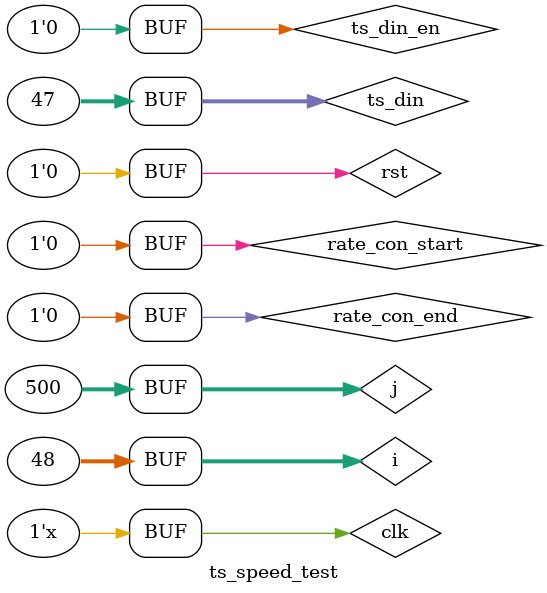
<source format=v>
`timescale 1ns / 1ps


module ts_speed_test;

	// Inputs
	reg clk;
	reg rst;
	reg [31:0] ts_din;
	reg ts_din_en;
	reg rate_con_start;
	reg rate_con_end;

	// Outputs
	wire [7:0] rate_dout;
	wire rate_dout_en;

	// Instantiate the Unit Under Test (UUT)
	ts_speed uut (
		.clk(clk), 
		.rst(rst), 
		.ts_din(ts_din), 
		.ts_din_en(ts_din_en), 
		.rate_dout(rate_dout), 
		.rate_dout_en(rate_dout_en), 
		.rate_con_start(rate_con_start), 
		.rate_con_end(rate_con_end)
	);
	
	integer	i=0;
	reg	[3:0]ip;
	integer	j=0;

	initial begin
		// Initialize Inputs
		clk = 0;
		rst = 0;
		ts_din = 0;
		ts_din_en = 0;
		rate_con_start = 0;
		rate_con_end = 0;
		#3 rst =1;
		// Wait 100 ns for global reset to finish
		#100;
		rst =0;
		
		
		#100;
		rate_con_start=1;
		#10 rate_con_start=0;
		
		
	for(j=0;j<500;j=j+1)begin
		if(j==300)begin
			#10 rate_con_end=1;
			#10 rate_con_end=0;
		end
		else if(j==400)begin
			#10 rate_con_start=1;
			#10 rate_con_start=0;
		end
		else 
			#100 ts_send();
	end
		
		
        
		// Add stimulus here

	end
  
  always #5 clk=~clk;
  
  task ts_send();
  begin
  	#10 ts_din_en=1;  	
  	ts_din={$random}%15;
  	for(i=1;i<48;i=i+1)
  	#10 ts_din=i;
  	#10 ts_din_en=0;
  end
  endtask
      
endmodule


</source>
